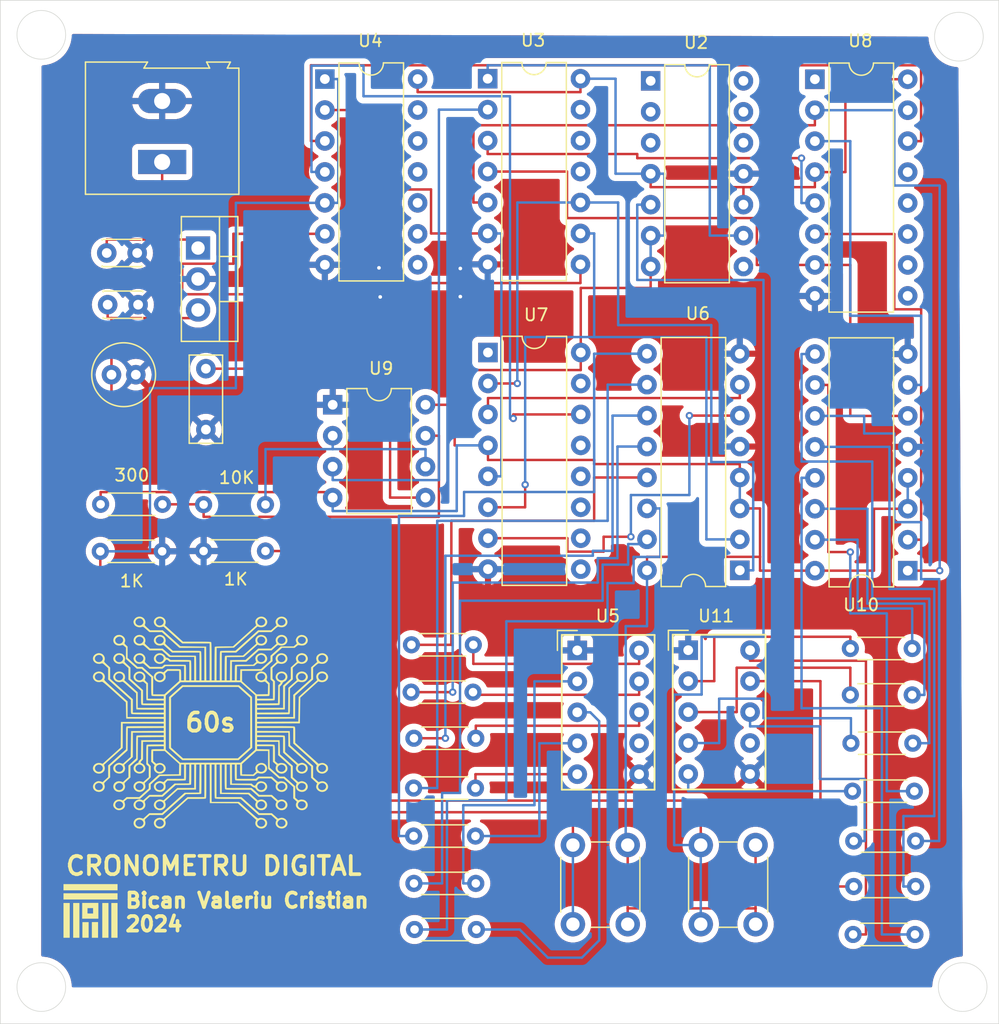
<source format=kicad_pcb>
(kicad_pcb (version 20240108) (generator "pcbnew") (generator_version "8.0")
  (layers (0 "F.Cu" signal) (31 "B.Cu" signal) (34 "B.Paste" user) (35 "F.Paste" user) (36 "B.SilkS" user "B.Silkscreen") (37 "F.SilkS" user "F.Silkscreen") (38 "B.Mask" user) (39 "F.Mask" user) (44 "Edge.Cuts" user))
  (net 0 "")
  (net 1 "+5V")
  (net 2 "GND")
  (net 3 "Net-(J1-Pin_1)")
  (net 4 "Net-(U9-CV)")
  (net 5 "Net-(U6-Qa)")
  (net 6 "Net-(U5-A)")
  (net 7 "Net-(U5-B)")
  (net 8 "Net-(U6-Qb)")
  (net 9 "Net-(U5-C)")
  (net 10 "Net-(U6-Qc)")
  (net 11 "Net-(U6-Qd)")
  (net 12 "Net-(U5-D)")
  (net 13 "Net-(U6-Qe)")
  (net 14 "Net-(U5-E)")
  (net 15 "Net-(U5-F)")
  (net 16 "Net-(U6-Qf)")
  (net 17 "Net-(U6-Qg)")
  (net 18 "Net-(U5-G)")
  (net 19 "Net-(U10-Qa)")
  (net 20 "Net-(U11-A)")
  (net 21 "Net-(U11-B)")
  (net 22 "Net-(U10-Qb)")
  (net 23 "Net-(U11-C)")
  (net 24 "Net-(U10-Qc)")
  (net 25 "Net-(U11-D)")
  (net 26 "Net-(U10-Qd)")
  (net 27 "Net-(U10-Qe)")
  (net 28 "Net-(U11-E)")
  (net 29 "Net-(U10-Qf)")
  (net 30 "Net-(U11-F)")
  (net 31 "Net-(U10-Qg)")
  (net 32 "Net-(U11-G)")
  (net 33 "Net-(U8-UP)")
  (net 34 "Net-(U2A-C)")
  (net 35 "Net-(U9-DIS)")
  (net 37 "Net-(U2A-Q)")
  (net 38 "Net-(U3-Pad8)")
  (net 39 "Net-(U10-DB)")
  (net 40 "Net-(U10-DD)")
  (net 41 "Net-(U7-UP)")
  (net 42 "Net-(U6-DC)")
  (net 43 "Net-(U9-Q)")
  (net 44 "Net-(U6-DB)")
  (net 45 "Net-(U8-CLR)")
  (net 46 "Net-(U7-CLR)")
  (net 48 "Net-(U6-DD)")
  (net 49 "Net-(U6-DA)")
  (net 59 "Net-(U10-DA)")
  (net 62 "Net-(U10-DC)")
  (net 82 "Net-(U9-THR)")
  (net 83 "Net-(R15-Pad1)")
  (footprint "Resistor_THT:R_Axial_DIN0204_L3.6mm_D1.6mm_P5.08mm_Horizontal" (layer "F.Cu") (at 177.9778 80.8482)
    (property "Reference" "R1" (hide yes))
    (property "Value" "300R")
  )
  (footprint "Resistor_THT:R_Axial_DIN0204_L3.6mm_D1.6mm_P5.08mm_Horizontal" (layer "F.Cu") (at 219.329 104.6226 180)
    (property "Reference" "R8" (hide yes))
    (property "Value" "300R")
  )
  (footprint "Capacitor_THT:C_Radial_D5.0mm_H11.0mm_P2.00mm" (layer "F.Cu") (at 155.3424 58.6806 180)
    (property "Reference" "C4" (hide yes))
    (property "Value" "47u")
  )
  (footprint "Package_DIP:DIP-14_W7.62mm" (layer "F.Cu") (at 197.622 34.5644)
    (property "Reference" "U2")
    (property "Value" "74LS73")
  )
  (footprint "Button_Switch_THT:SW_PUSH_6mm" (layer "F.Cu") (at 206.2374 97.2832 -90)
    (property "Reference" "SW2" (hide yes))
    (property "Value" "SW_Push")
  )
  (footprint "Resistor_THT:R_Axial_DIN0204_L3.6mm_D1.6mm_P5.08mm_Horizontal" (layer "F.Cu") (at 152.4254 73.1774)
    (property "Reference" "1K")
    (property "Value" "1k")
  )
  (footprint "Capacitor_THT:C_Disc_D3.0mm_W2.0mm_P2.50mm" (layer "F.Cu") (at 152.9534 48.6918)
    (property "Reference" "C2" (hide yes))
    (property "Value" "100n")
  )
  (footprint "Resistor_THT:R_Axial_DIN0204_L3.6mm_D1.6mm_P5.08mm_Horizontal" (layer "F.Cu") (at 165.989 69.342 180)
    (property "Reference" "10K")
    (property "Value" "10k")
  )
  (footprint "Resistor_THT:R_Axial_DIN0204_L3.6mm_D1.6mm_P5.08mm_Horizontal" (layer "F.Cu") (at 178.1556 96.5454)
    (property "Reference" "R5" (hide yes))
    (property "Value" "300R")
  )
  (footprint "Resistor_THT:R_Axial_DIN0204_L3.6mm_D1.6mm_P5.08mm_Horizontal" (layer "F.Cu") (at 219.1512 88.9254 180)
    (property "Reference" "R12" (hide yes))
    (property "Value" "300R")
  )
  (footprint "Resistor_THT:R_Axial_DIN0204_L3.6mm_D1.6mm_P5.08mm_Horizontal" (layer "F.Cu") (at 219.1004 84.963 180)
    (property "Reference" "R14" (hide yes))
    (property "Value" "300R")
  )
  (footprint "Package_DIP:DIP-14_W7.62mm" (layer "F.Cu") (at 170.8658 34.417)
    (property "Reference" "U4")
    (property "Value" "4071")
  )
  (footprint "Package_DIP:DIP-16_W7.62mm" (layer "F.Cu") (at 184.2616 56.8602)
    (property "Reference" "U7")
    (property "Value" "74LS193")
  )
  (footprint "Resistor_THT:R_Axial_DIN0204_L3.6mm_D1.6mm_P5.08mm_Horizontal" (layer "F.Cu") (at 165.989 73.152 180)
    (property "Reference" "1K")
    (property "Value" "1k")
  )
  (footprint "2.preety:2" (layer "F.Cu") (at 161.4678 87.2236)
    (property "Reference" "60s")
    (property "Value" "LOGO" (hide yes))
  )
  (footprint "Resistor_THT:R_Axial_DIN0204_L3.6mm_D1.6mm_P5.08mm_Horizontal" (layer "F.Cu") (at 178.1556 92.6084)
    (property "Reference" "R4" (hide yes))
    (property "Value" "300R")
  )
  (footprint "Package_TO_SOT_THT:TO-220-3_Vertical" (layer "F.Cu") (at 160.4518 48.2854 -90)
    (property "Reference" "U1" (hide yes))
    (property "Value" "L7805")
  )
  (footprint "Package_DIP:DIP-16_W7.62mm" (layer "F.Cu") (at 218.7348 74.7626 180)
    (property "Reference" "U10")
    (property "Value" "4511")
  )
  (footprint "Capacitor_THT:C_Disc_D3.0mm_W2.0mm_P2.50mm" (layer "F.Cu") (at 153.0296 52.9336)
    (property "Reference" "C1" (hide yes))
    (property "Value" "100n")
  )
  (footprint "Resistor_THT:R_Axial_DIN0204_L3.6mm_D1.6mm_P5.08mm_Horizontal" (layer "F.Cu") (at 219.3798 96.9518 180)
    (property "Reference" "R10" (hide yes))
    (property "Value" "300R")
  )
  (footprint "Package_DIP:DIP-8_W7.62mm" (layer "F.Cu") (at 171.5108 61.1478)
    (property "Reference" "U9")
    (property "Value" "NE555D")
  )
  (footprint "Display_7Segment:HDSP-7401" (layer "F.Cu") (at 200.7071 81.2917)
    (property "Reference" "U11")
    (property "Value" "HDSP-7403")
  )
  (footprint "Resistor_THT:R_Axial_DIN0204_L3.6mm_D1.6mm_P5.08mm_Horizontal" (layer "F.Cu") (at 219.2782 92.8624 180)
    (property "Reference" "R11" (hide yes))
    (property "Value" "300R")
  )
  (footprint "Resistor_THT:R_Axial_DIN0204_L3.6mm_D1.6mm_P5.08mm_Horizontal" (layer "F.Cu") (at 177.9524 84.7344)
    (property "Reference" "R2" (hide yes))
    (property "Value" "300R")
  )
  (footprint "Capacitor_THT:C_Rect_L7.0mm_W2.5mm_P5.00mm" (layer "F.Cu") (at 161.0964 63.1872 90)
    (property "Reference" "C3" (hide yes))
    (property "Value" "10n")
  )
  (footprint "Resistor_THT:R_Axial_DIN0204_L3.6mm_D1.6mm_P5.08mm_Horizontal" (layer "F.Cu") (at 219.1004 81.153 180)
    (property "Reference" "R13" (hide yes))
    (property "Value" "300R")
  )
  (footprint "Resistor_THT:R_Axial_DIN0204_L3.6mm_D1.6mm_P5.08mm_Horizontal" (layer "F.Cu") (at 219.3798 100.6856 180)
    (property "Reference" "R9" (hide yes))
    (property "Value" "300R")
  )
  (footprint "Resistor_THT:R_Axial_DIN0204_L3.6mm_D1.6mm_P5.08mm_Horizontal" (layer "F.Cu") (at 178.181 88.519)
    (property "Reference" "R3" (hide yes))
    (property "Value" "300R")
  )
  (footprint "TerminalBlock:TerminalBlock_Altech_AK300-2_P5.00mm" (layer "F.Cu") (at 157.5054 41.2204 90)
    (property "Reference" "J1" (hide yes))
    (property "Value" "Screw_Terminal_01x02")
  )
  (footprint "Resistor_THT:R_Axial_DIN0204_L3.6mm_D1.6mm_P5.08mm_Horizontal" (layer "F.Cu") (at 178.181 100.4316)
    (property "Reference" "R6" (hide yes))
    (property "Value" "300R")
  )
  (footprint "Package_DIP:DIP-14_W7.62mm" (layer "F.Cu") (at 184.2362 34.3866)
    (property "Reference" "U3")
    (property "Value" "74LS08")
  )
  (footprint "Resistor_THT:R_Axial_DIN0204_L3.6mm_D1.6mm_P5.08mm_Horizontal" (layer "F.Cu") (at 178.2318 104.2162)
    (property "Reference" "R7" (hide yes))
    (property "Value" "300R")
  )
  (footprint "Resistor_THT:R_Axial_DIN0204_L3.6mm_D1.6mm_P5.08mm_Horizontal" (layer "F.Cu") (at 157.5308 69.3166 180)
    (property "Reference" "300")
    (property "Value" "300")
  )
  (footprint "demmo.preety:logodemo" (layer "F.Cu") (at 151.6634 102.6922)
    (property "Reference" "G***" (hide yes))
    (property "Value" "LOGO" (hide yes))
  )
  (footprint "Package_DIP:DIP-16_W7.62mm" (layer "F.Cu") (at 204.9426 74.7372 180)
    (property "Reference" "U6")
    (property "Value" "4511")
  )
  (footprint "Display_7Segment:HDSP-7401" (layer "F.Cu") (at 191.5946 81.3092)
    (property "Reference" "U5")
    (property "Value" "HDSP-7403")
  )
  (footprint "Button_Switch_THT:SW_PUSH_6mm" (layer "F.Cu") (at 195.7374 97.2832 -90)
    (property "Reference" "SW1" (hide yes))
    (property "Value" "SW_Push")
  )
  (footprint "Package_DIP:DIP-16_W7.62mm" (layer "F.Cu") (at 211.1094 34.432)
    (property "Reference" "U8")
    (property "Value" "74LS193")
  )
  (gr_circle (center 222.9358 30.9372) (end 224.9358 30.9372) (stroke (width 0.05)) (fill none) (layer "Edge.Cuts"))
  (gr_circle (center 223.2472 108.9406) (end 225.2472 108.9406) (stroke (width 0.05)) (fill none) (layer "Edge.Cuts"))
  (gr_circle (center 147.5806 108.9406) (end 149.5806 108.9406) (stroke (width 0.05)) (fill none) (layer "Edge.Cuts"))
  (gr_circle (center 147.5806 30.7848) (end 149.5806 30.7848) (stroke (width 0.05)) (fill none) (layer "Edge.Cuts"))
  (gr_rect (start 144.2124 27.9516) (end 226.2124 111.9516) (stroke (width 0.05)) (fill none) (layer "Edge.Cuts"))
  (gr_text "Bican Valeriu Cristian\n2024\n" (at 154.339327 104.4702 0) (layer "F.SilkS") (effects (font (size 1.2 1.2) (thickness 0.3) (bold yes)) (justify left bottom)))
  (gr_text "CRONOMETRU DIGITAL" (at 149.437127 99.8728 0) (layer "F.SilkS") (effects (font (size 1.5 1.5) (thickness 0.3) (bold yes)) (justify left bottom)))
  (segment (start 153.0296 52.9336) (end 153.0296 54.0353) (width 0.2) (layer "F.Cu") (net 1))
  (segment (start 181.5271 61.1478) (end 181.5271 58.2985) (width 0.2) (layer "F.Cu") (net 1))
  (segment (start 206.2374 102.4815) (end 206.2374 97.2832) (width 0.2) (layer "F.Cu") (net 1))
  (segment (start 153.3424 68.3149) (end 171.5108 68.3149) (width 0.2) (layer "F.Cu") (net 1))
  (segment (start 218.7294 34.432) (end 213.6144 34.432) (width 0.2) (layer "F.Cu") (net 1))
  (segment (start 215.962 74.7626) (end 215.962 69.6826) (width 0.2) (layer "F.Cu") (net 1))
  (segment (start 153.3424 58.6806) (end 153.3424 54.0353) (width 0.2) (layer "F.Cu") (net 1))
  (segment (start 192.9818 66.0155) (end 204.9426 66.0155) (width 0.2) (layer "F.Cu") (net 1))
  (segment (start 181.5271 58.2985) (end 191.8816 58.2985) (width 0.2) (layer "F.Cu") (net 1))
  (segment (start 178.4858 35.4883) (end 178.4858 34.417) (width 0.2) (layer "F.Cu") (net 1))
  (segment (start 195.7374 102.4815) (end 206.2374 102.4815) (width 0.2) (layer "F.Cu") (net 1))
  (segment (start 206.6047 73.6291) (end 206.6047 74.7626) (width 0.2) (layer "F.Cu") (net 1))
  (segment (start 184.2616 64.4802) (end 184.2616 65.6774) (width 0.2) (layer "F.Cu") (net 1))
  (segment (start 153.0296 54.0353) (end 153.3424 54.0353) (width 0.2) (layer "F.Cu") (net 1))
  (segment (start 206.6047 69.6572) (end 204.9426 69.6572) (width 0.2) (layer "F.Cu") (net 1))
  (segment (start 191.8816 56.8602) (end 191.8816 51.5606) (width 0.2) (layer "F.Cu") (net 1))
  (segment (start 213.6144 42.052) (end 211.1094 42.052) (width 0.2) (layer "F.Cu") (net 1))
  (segment (start 160.4518 54.0353) (end 160.4518 53.3654) (width 0.2) (layer "F.Cu") (net 1))
  (segment (start 206.6047 74.7626) (end 211.1148 74.7626) (width 0.2) (layer "F.Cu") (net 1))
  (segment (start 197.622 42.1844) (end 197.622 43.2861) (width 0.2) (layer "F.Cu") (net 1))
  (segment (start 206.6047 73.6291) (end 206.6047 69.6572) (width 0.2) (layer "F.Cu") (net 1))
  (segment (start 181.5271 64.4802) (end 184.2616 64.4802) (width 0.2) (layer "F.Cu") (net 1))
  (segment (start 192.9818 65.6774) (end 192.9818 66.0155) (width 0.2) (layer "F.Cu") (net 1))
  (segment (start 152.4508 68.3149) (end 153.3424 68.3149) (width 0.2) (layer "F.Cu") (net 1))
  (segment (start 195.7374 103.7832) (end 195.7374 102.4815) (width 0.2) (layer "F.Cu") (net 1))
  (segment (start 191.8816 58.2985) (end 191.8816 56.8602) (width 0.2) (layer "F.Cu") (net 1))
  (segment (start 197.3226 73.6291) (end 206.6047 73.6291) (width 0.2) (layer "F.Cu") (net 1))
  (segment (start 205.242 43.2861) (end 211.1094 43.2861) (width 0.2) (layer "F.Cu") (net 1))
  (segment (start 197.3226 74.7372) (end 197.3226 73.6291) (width 0.2) (layer "F.Cu") (net 1))
  (segment (start 191.8562 34.3866) (end 191.8562 35.4883) (width 0.2) (layer "F.Cu") (net 1))
  (segment (start 184.2616 65.6774) (end 192.9818 65.6774) (width 0.2) (layer "F.Cu") (net 1))
  (segment (start 197.622 43.2861) (end 205.242 43.2861) (width 0.2) (layer "F.Cu") (net 1))
  (segment (start 191.8562 35.4883) (end 178.4858 35.4883) (width 0.2) (layer "F.Cu") (net 1))
  (segment (start 215.962 69.6826) (end 218.7348 69.6826) (width 0.2) (layer "F.Cu") (net 1))
  (segment (start 191.8816 51.5606) (end 197.622 51.5606) (width 0.2) (layer "F.Cu") (net 1))
  (segment (start 181.5271 61.1478) (end 181.5271 64.4802) (width 0.2) (layer "F.Cu") (net 1))
  (segment (start 179.1308 61.1478) (end 181.5271 61.1478) (width 0.2) (layer "F.Cu") (net 1))
  (segment (start 205.242 44.7244) (end 205.242 43.2861) (width 0.2) (layer "F.Cu") (net 1))
  (segment (start 195.7374 102.4815) (end 195.7374 97.2832) (width 0.2) (layer "F.Cu") (net 1))
  (segment (start 211.1094 43.2861) (end 211.1094 42.052) (width 0.2) (layer "F.Cu") (net 1))
  (segment (start 213.6144 34.432) (end 213.6144 42.052) (width 0.2) (layer "F.Cu") (net 1))
  (segment (start 153.3424 68.3149) (end 153.3424 58.6806) (width 0.2) (layer "F.Cu") (net 1))
  (segment (start 206.2374 102.4815) (end 206.2374 103.7832) (width 0.2) (layer "F.Cu") (net 1))
  (segment (start 153.3424 54.0353) (end 160.4518 54.0353) (width 0.2) (layer "F.Cu") (net 1))
  (segment (start 197.622 51.5606) (end 197.622 49.8044) (width 0.2) (layer "F.Cu") (net 1))
  (segment (start 171.5108 68.3149) (end 171.5108 68.7678) (width 0.2) (layer "F.Cu") (net 1))
  (segment (start 152.4508 69.3166) (end 152.4508 68.3149) (width 0.2) (layer "F.Cu") (net 1))
  (segment (start 204.9426 66.0155) (end 204.9426 67.1172) (width 0.2) (layer "F.Cu") (net 1))
  (segment (start 211.1148 74.7626) (end 215.962 74.7626) (width 0.2) (layer "F.Cu") (net 1))
  (segment (start 204.9426 67.1172) (end 204.9426 69.6572) (width 0.2) (layer "B.Cu") (net 1))
  (segment (start 194.7391 42.1844) (end 197.622 42.1844) (width 0.2) (layer "B.Cu") (net 1))
  (segment (start 181.6962 64.4802) (end 184.2616 64.4802) (width 0.2) (layer "B.Cu") (net 1))
  (segment (start 197.622 49.8044) (end 197.622 47.2644) (width 0.2) (layer "B.Cu") (net 1))
  (segment (start 194.7391 34.3866) (end 194.7391 42.1844) (width 0.2) (layer "B.Cu") (net 1))
  (segment (start 198.7484 42.1844) (end 197.622 42.1844) (width 0.2) (layer "B.Cu") (net 1))
  (segment (start 197.622 47.2644) (end 198.7484 47.2644) (width 0.2) (layer "B.Cu") (net 1))
  (segment (start 218.7348 67.1426) (end 218.7348 69.6826) (width 0.2) (layer "B.Cu") (net 1))
  (segment (start 171.5108 68.7678) (end 171.5108 69.8695) (width 0.2) (layer "B.Cu") (net 1))
  (segment (start 197.3226 79.3197) (end 195.5729 79.3197) (width 0.2) (layer "B.Cu") (net 1))
  (segment (start 195.5729 97.2832) (end 195.7374 97.2832) (width 0.2) (layer "B.Cu") (net 1))
  (segment (start 197.3226 74.7372) (end 197.3226 79.3197) (width 0.2) (layer "B.Cu") (net 1))
  (segment (start 181.6962 69.8695) (end 181.6962 64.4802) (width 0.2) (layer "B.Cu") (net 1))
  (segment (start 171.5108 69.8695) (end 181.6962 69.8695) (width 0.2) (layer "B.Cu") (net 1))
  (segment (start 198.7484 47.2644) (end 198.7484 42.1844) (width 0.2) (layer "B.Cu") (net 1))
  (segment (start 191.8562 34.3866) (end 194.7391 34.3866) (width 0.2) (layer "B.Cu") (net 1))
  (segment (start 195.5729 79.3197) (end 195.5729 97.2832) (width 0.2) (layer "B.Cu") (net 1))
  (via (at 175.3108 49.911) (size 0.6) (drill 0.3) (layers "F.Cu" "B.Cu") (net 2))
  (via (at 175.4124 52.2986) (size 0.6) (drill 0.3) (layers "F.Cu" "B.Cu") (net 2))
  (via (at 181.991 52.2732) (size 0.6) (drill 0.3) (layers "F.Cu" "B.Cu") (net 2))
  (via (at 181.991 49.9618) (size 0.6) (drill 0.3) (layers "F.Cu" "B.Cu") (net 2))
  (segment (start 157.5054 41.2204) (end 157.5054 47.5901) (width 0.2) (layer "F.Cu") (net 3))
  (segment (start 160.4518 47.5901) (end 157.5054 47.5901) (width 0.2) (layer "F.Cu") (net 3))
  (segment (start 160.4518 48.2854) (end 160.4518 47.5901) (width 0.2) (layer "F.Cu") (net 3))
  (segment (start 152.9534 47.5901) (end 152.9534 48.6918) (width 0.2) (layer "F.Cu") (net 3))
  (segment (start 157.5054 47.5901) (end 152.9534 47.5901) (width 0.2) (layer "F.Cu") (net 3))
  (segment (start 161.0964 58.1872) (end 176.2241 58.1872) (width 0.2) (layer "F.Cu") (net 4))
  (segment (start 176.2241 58.1872) (end 176.2241 68.7678) (width 0.2) (layer "F.Cu") (net 4))
  (segment (start 176.2241 68.7678) (end 179.1308 68.7678) (width 0.2) (layer "F.Cu") (net 4))
  (segment (start 192.9833 70.6634) (end 192.9833 67.1172) (width 0.2) (layer "F.Cu") (net 5))
  (segment (start 177.9778 80.8482) (end 181.254 80.8482) (width 0.2) (layer "F.Cu") (net 5))
  (segment (start 192.9833 67.1172) (end 197.3226 67.1172) (width 0.2) (layer "F.Cu") (net 5))
  (segment (start 181.254 80.8482) (end 181.254 70.6634) (width 0.2) (layer "F.Cu") (net 5))
  (segment (start 181.254 70.6634) (end 192.9833 70.6634) (width 0.2) (layer "F.Cu") (net 5))
  (segment (start 196.6746 82.4109) (end 183.0578 82.4109) (width 0.2) (layer "F.Cu") (net 6))
  (segment (start 183.0578 82.4109) (end 183.0578 80.8482) (width 0.2) (layer "F.Cu") (net 6))
  (segment (start 196.6746 81.3092) (end 196.6746 82.4109) (width 0.2) (layer "F.Cu") (net 6))
  (segment (start 183.0324 84.9509) (end 183.0324 84.7344) (width 0.2) (layer "F.Cu") (net 7))
  (segment (start 196.6746 83.8492) (end 196.6746 84.9509) (width 0.2) (layer "F.Cu") (net 7))
  (segment (start 196.6746 84.9509) (end 183.0324 84.9509) (width 0.2) (layer "F.Cu") (net 7))
  (segment (start 177.9524 84.7344) (end 181.3648 84.7344) (width 0.2) (layer "F.Cu") (net 8))
  (via (at 181.3648 84.7344) (size 0.6) (drill 0.3) (layers "F.Cu" "B.Cu") (net 8))
  (segment (start 193.2752 73.7385) (end 193.2752 75.7419) (width 0.2) (layer "B.Cu") (net 8))
  (segment (start 197.3226 64.5772) (end 194.8951 64.5772) (width 0.2) (layer "B.Cu") (net 8))
  (segment (start 194.8951 73.7385) (end 193.2752 73.7385) (width 0.2) (layer "B.Cu") (net 8))
  (segment (start 193.2752 75.7419) (end 181.3648 75.7419) (width 0.2) (layer "B.Cu") (net 8))
  (segment (start 194.8951 64.5772) (end 194.8951 73.7385) (width 0.2) (layer "B.Cu") (net 8))
  (segment (start 181.3648 75.7419) (end 181.3648 84.7344) (width 0.2) (layer "B.Cu") (net 8))
  (segment (start 196.6746 87.4909) (end 183.261 87.4909) (width 0.2) (layer "F.Cu") (net 9))
  (segment (start 196.6746 86.3892) (end 196.6746 87.4909) (width 0.2) (layer "F.Cu") (net 9))
  (segment (start 183.261 87.4909) (end 183.261 88.519) (width 0.2) (layer "F.Cu") (net 9))
  (segment (start 178.181 88.519) (end 180.7631 88.519) (width 0.2) (layer "F.Cu") (net 10))
  (via (at 180.7631 88.519) (size 0.6) (drill 0.3) (layers "F.Cu" "B.Cu") (net 10))
  (segment (start 197.3226 62.0372) (end 194.4934 62.0372) (width 0.2) (layer "B.Cu") (net 10))
  (segment (start 192.8735 73.1368) (end 192.8735 73.5385) (width 0.2) (layer "B.Cu") (net 10))
  (segment (start 194.4934 73.1368) (end 192.8735 73.1368) (width 0.2) (layer "B.Cu") (net 10))
  (segment (start 180.7631 73.5385) (end 180.7631 88.519) (width 0.2) (layer "B.Cu") (net 10))
  (segment (start 194.4934 62.0372) (end 194.4934 73.1368) (width 0.2) (layer "B.Cu") (net 10))
  (segment (start 192.8735 73.5385) (end 180.7631 73.5385) (width 0.2) (layer "B.Cu") (net 10))
  (segment (start 194.0917 70.6729) (end 194.0917 59.4972) (width 0.2) (layer "B.Cu") (net 11))
  (segment (start 180.0946 70.6729) (end 194.0917 70.6729) (width 0.2) (layer "B.Cu") (net 11))
  (segment (start 194.0917 59.4972) (end 197.3226 59.4972) (width 0.2) (layer "B.Cu") (net 11))
  (segment (start 180.0946 92.6084) (end 180.0946 70.6729) (width 0.2) (layer "B.Cu") (net 11))
  (segment (start 178.1556 92.6084) (end 180.0946 92.6084) (width 0.2) (layer "B.Cu") (net 11))
  (segment (start 191.5946 91.4692) (end 183.2356 91.4692) (width 0.2) (layer "F.Cu") (net 12))
  (segment (start 183.2356 91.4692) (end 183.2356 92.6084) (width 0.2) (layer "F.Cu") (net 12))
  (segment (start 182.2988 68.3077) (end 192.9838 68.3077) (width 0.2) (layer "B.Cu") (net 13))
  (segment (start 176.9507 70.2712) (end 182.2988 70.2712) (width 0.2) (layer "B.Cu") (net 13))
  (segment (start 192.9838 68.3077) (end 192.9838 56.9572) (width 0.2) (layer "B.Cu") (net 13))
  (segment (start 182.2988 70.2712) (end 182.2988 68.3077) (width 0.2) (layer "B.Cu") (net 13))
  (segment (start 192.9838 56.9572) (end 197.3226 56.9572) (width 0.2) (layer "B.Cu") (net 13))
  (segment (start 178.1556 96.5454) (end 176.9507 96.5454) (width 0.2) (layer "B.Cu") (net 13))
  (segment (start 176.9507 96.5454) (end 176.9507 70.2712) (width 0.2) (layer "B.Cu") (net 13))
  (segment (start 188.4828 96.5454) (end 183.2356 96.5454) (width 0.2) (layer "B.Cu") (net 14))
  (segment (start 188.4828 88.9292) (end 188.4828 96.5454) (width 0.2) (layer "B.Cu") (net 14))
  (segment (start 191.5946 88.9292) (end 188.4828 88.9292) (width 0.2) (layer "B.Cu") (net 14))
  (segment (start 182.2339 100.4316) (end 182.2339 94.012) (width 0.2) (layer "B.Cu") (net 15))
  (segment (start 188.0797 83.8492) (end 191.5946 83.8492) (width 0.2) (layer "B.Cu") (net 15))
  (segment (start 182.2339 94.012) (end 188.0797 94.012) (width 0.2) (layer "B.Cu") (net 15))
  (segment (start 183.261 100.4316) (end 182.2339 100.4316) (width 0.2) (layer "B.Cu") (net 15))
  (segment (start 188.0797 94.012) (end 188.0797 83.8492) (width 0.2) (layer "B.Cu") (net 15))
  (segment (start 181.9665 93.0086) (end 181.9665 77.2299) (width 0.2) (layer "B.Cu") (net 16))
  (segment (start 195.7748 72.5832) (end 197.3226 72.5832) (width 0.2) (layer "B.Cu") (net 16))
  (segment (start 193.6769 77.2299) (end 193.6769 74.2704) (width 0.2) (layer "B.Cu") (net 16))
  (segment (start 181.9665 77.2299) (end 193.6769 77.2299) (width 0.2) (layer "B.Cu") (net 16))
  (segment (start 180.4933 100.4316) (end 180.4933 93.0086) (width 0.2) (layer "B.Cu") (net 16))
  (segment (start 178.181 100.4316) (end 180.4933 100.4316) (width 0.2) (layer "B.Cu") (net 16))
  (segment (start 197.3226 72.5832) (end 197.3226 72.1972) (width 0.2) (layer "B.Cu") (net 16))
  (segment (start 180.4933 93.0086) (end 181.9665 93.0086) (width 0.2) (layer "B.Cu") (net 16))
  (segment (start 193.6769 74.2704) (end 195.7748 74.2704) (width 0.2) (layer "B.Cu") (net 16))
  (segment (start 195.7748 74.2704) (end 195.7748 72.5832) (width 0.2) (layer "B.Cu") (net 16))
  (segment (start 185.7695 78.9195) (end 185.7695 93.6103) (width 0.2) (layer "B.Cu") (net 17))
  (segment (start 180.895 104.2162) (end 178.2318 104.2162) (width 0.2) (layer "B.Cu") (net 17))
  (segment (start 197.3226 69.6572) (end 198.4243 69.6572) (width 0.2) (layer "B.Cu") (net 17))
  (segment (start 196.2209 73.6355) (end 196.2209 75.7851) (width 0.2) (layer "B.Cu") (net 17))
  (segment (start 194.0786 78.9195) (end 185.7695 78.9195) (width 0.2) (layer "B.Cu") (net 17))
  (segment (start 180.895 93.6103) (end 180.895 104.2162) (width 0.2) (layer "B.Cu") (net 17))
  (segment (start 194.0786 75.7851) (end 194.0786 78.9195) (width 0.2) (layer "B.Cu") (net 17))
  (segment (start 198.4243 69.6572) (end 198.4243 73.6355) (width 0.2) (layer "B.Cu") (net 17))
  (segment (start 196.2209 75.7851) (end 194.0786 75.7851) (width 0.2) (layer "B.Cu") (net 17))
  (segment (start 198.4243 73.6355) (end 196.2209 73.6355) (width 0.2) (layer "B.Cu") (net 17))
  (segment (start 185.7695 93.6103) (end 180.895 93.6103) (width 0.2) (layer "B.Cu") (net 17))
  (segment (start 193.3956 105.1052) (end 193.3956 87.122) (width 0.2) (layer "B.Cu") (net 18))
  (segment (start 183.3118 104.2162) (end 186.8678 104.2162) (width 0.2) (layer "B.Cu") (net 18))
  (segment (start 192.6628 86.3892) (end 191.5946 86.3892) (width 0.2) (layer "B.Cu") (net 18))
  (segment (start 186.8678 104.2162) (end 189.1792 106.5276) (width 0.2) (layer "B.Cu") (net 18))
  (segment (start 193.3956 87.122) (end 192.6628 86.3892) (width 0.2) (layer "B.Cu") (net 18))
  (segment (start 189.1792 106.5276) (end 191.9732 106.5276) (width 0.2) (layer "B.Cu") (net 18))
  (segment (start 191.9732 106.5276) (end 193.3956 105.1052) (width 0.2) (layer "B.Cu") (net 18))
  (segment (start 210.0131 86.0535) (end 210.0131 67.1426) (width 0.2) (layer "B.Cu") (net 19))
  (segment (start 216.611 104.6226) (end 216.611 86.0535) (width 0.2) (layer "B.Cu") (net 19))
  (segment (start 216.611 86.0535) (end 210.0131 86.0535) (width 0.2) (layer "B.Cu") (net 19))
  (segment (start 219.329 104.6226) (end 216.611 104.6226) (width 0.2) (layer "B.Cu") (net 19))
  (segment (start 210.0131 67.1426) (end 211.1148 67.1426) (width 0.2) (layer "B.Cu") (net 19))
  (segment (start 215.3015 104.6226) (end 214.249 104.6226) (width 0.2) (layer "F.Cu") (net 20))
  (segment (start 215.3015 82.1547) (end 215.3015 104.6226) (width 0.2) (layer "F.Cu") (net 20))
  (segment (start 205.7871 81.2917) (end 205.7871 82.1547) (width 0.2) (layer "F.Cu") (net 20))
  (segment (start 205.7871 82.1547) (end 215.3015 82.1547) (width 0.2) (layer "F.Cu") (net 20))
  (segment (start 211.5655 83.8317) (end 211.5655 100.6856) (width 0.2) (layer "F.Cu") (net 21))
  (segment (start 205.7871 83.8317) (end 211.5655 83.8317) (width 0.2) (layer "F.Cu") (net 21))
  (segment (start 211.5655 100.6856) (end 214.2998 100.6856) (width 0.2) (layer "F.Cu") (net 21))
  (segment (start 217.2314 76.2651) (end 220.913 76.2651) (width 0.2) (layer "B.Cu") (net 22))
  (segment (start 218.3781 94.9071) (end 218.3781 100.6856) (width 0.2) (layer "B.Cu") (net 22))
  (segment (start 220.913 76.2651) (end 220.913 94.9071) (width 0.2) (layer "B.Cu") (net 22))
  (segment (start 217.2314 64.6026) (end 217.2314 76.2651) (width 0.2) (layer "B.Cu") (net 22))
  (segment (start 218.3781 100.6856) (end 219.3798 100.6856) (width 0.2) (layer "B.Cu") (net 22))
  (segment (start 211.1148 64.6026) (end 217.2314 64.6026) (width 0.2) (layer "B.Cu") (net 22))
  (segment (start 220.913 94.9071) (end 218.3781 94.9071) (width 0.2) (layer "B.Cu") (net 22))
  (segment (start 215.1999 91.8607) (end 215.1999 96.9518) (width 0.2) (layer "B.Cu") (net 23))
  (segment (start 211.5251 87.5431) (end 211.5251 91.8607) (width 0.2) (layer "B.Cu") (net 23))
  (segment (start 215.1999 96.9518) (end 214.2998 96.9518) (width 0.2) (layer "B.Cu") (net 23))
  (segment (start 211.5251 91.8607) (end 215.1999 91.8607) (width 0.2) (layer "B.Cu") (net 23))
  (segment (start 205.7871 87.5431) (end 211.5251 87.5431) (width 0.2) (layer "B.Cu") (net 23))
  (segment (start 205.7871 86.3717) (end 205.7871 87.5431) (width 0.2) (layer "B.Cu") (net 23))
  (segment (start 215.1572 63.5024) (end 215.1572 62.0626) (width 0.2) (layer "B.Cu") (net 24))
  (segment (start 219.8365 75.4624) (end 219.8365 70.7843) (width 0.2) (layer "B.Cu") (net 24))
  (segment (start 219.3798 96.9518) (end 221.3147 96.9518) (width 0.2) (layer "B.Cu") (net 24))
  (segment (start 219.8365 70.7843) (end 217.6331 70.7843) (width 0.2) (layer "B.Cu") (net 24))
  (segment (start 221.3147 96.9518) (end 221.3147 75.4624) (width 0.2) (layer "B.Cu") (net 24))
  (segment (start 217.6331 63.5024) (end 215.1572 63.5024) (width 0.2) (layer "B.Cu") (net 24))
  (segment (start 221.3147 75.4624) (end 219.8365 75.4624) (width 0.2) (layer "B.Cu") (net 24))
  (segment (start 215.1572 62.0626) (end 211.1148 62.0626) (width 0.2) (layer "B.Cu") (net 24))
  (segment (start 217.6331 70.7843) (end 217.6331 63.5024) (width 0.2) (layer "B.Cu") (net 24))
  (segment (start 200.7071 92.8624) (end 214.1982 92.8624) (width 0.2) (layer "B.Cu") (net 25))
  (segment (start 200.7071 91.4517) (end 200.7071 92.8624) (width 0.2) (layer "B.Cu") (net 25))
  (segment (start 212.2165 59.5226) (end 212.2165 73.2347) (width 0.2) (layer "F.Cu") (net 26))
  (segment (start 211.1148 59.5226) (end 212.2165 59.5226) (width 0.2) (layer "F.Cu") (net 26))
  (segment (start 212.2165 73.2347) (end 214.0156 73.2347) (width 0.2) (layer "F.Cu") (net 26))
  (via (at 214.0156 73.2347) (size 0.6) (drill 0.3) (layers "F.Cu" "B.Cu") (net 26))
  (segment (start 214.0156 73.2347) (end 214.0156 78.273) (width 0.2) (layer "B.Cu") (net 26))
  (segment (start 217.0127 92.8624) (end 219.2782 92.8624) (width 0.2) (layer "B.Cu") (net 26))
  (segment (start 214.0156 78.273) (end 217.0127 78.273) (width 0.2) (layer "B.Cu") (net 26))
  (segment (start 217.0127 78.273) (end 217.0127 92.8624) (width 0.2) (layer "B.Cu") (net 26))
  (segment (start 210.0131 56.9826) (end 210.0131 65.8079) (width 0.2) (layer "B.Cu") (net 27))
  (segment (start 211.1148 56.9826) (end 210.0131 56.9826) (width 0.2) (layer "B.Cu") (net 27))
  (segment (start 220.5038 88.9254) (end 219.1512 88.9254) (width 0.2) (layer "B.Cu") (net 27))
  (segment (start 215.821 65.8079) (end 215.821 77.0679) (width 0.2) (layer "B.Cu") (net 27))
  (segment (start 215.821 77.0679) (end 220.5038 77.0679) (width 0.2) (layer "B.Cu") (net 27))
  (segment (start 210.0131 65.8079) (end 215.821 65.8079) (width 0.2) (layer "B.Cu") (net 27))
  (segment (start 220.5038 77.0679) (end 220.5038 88.9254) (width 0.2) (layer "B.Cu") (net 27))
  (segment (start 214.0712 86.8745) (end 206.8888 86.8745) (width 0.2) (layer "B.Cu") (net 28))
  (segment (start 206.8888 86.8745) (end 206.8888 85.27) (width 0.2) (layer "B.Cu") (net 28))
  (segment (start 203.2471 85.27) (end 203.2471 88.9117) (width 0.2) (layer "B.Cu") (net 28))
  (segment (start 203.2471 88.9117) (end 200.7071 88.9117) (width 0.2) (layer "B.Cu") (net 28))
  (segment (start 206.8888 85.27) (end 203.2471 85.27) (width 0.2) (layer "B.Cu") (net 28))
  (segment (start 214.0712 88.9254) (end 214.0712 86.8745) (width 0.2) (layer "B.Cu") (net 28))
  (segment (start 211.1148 72.2226) (end 214.6174 72.2226) (width 0.2) (layer "B.Cu") (net 29))
  (segment (start 214.6174 72.2226) (end 214.6174 77.8713) (width 0.2) (layer "B.Cu") (net 29))
  (segment (start 214.6174 77.8713) (end 219.1004 77.8713) (width 0.2) (layer "B.Cu") (net 29))
  (segment (start 219.1004 77.8713) (end 219.1004 81.153) (width 0.2) (layer "B.Cu") (net 29))
  (segment (start 202.8454 80.19) (end 202.8454 83.8317) (width 0.2) (layer "F.Cu") (net 30))
  (segment (start 214.0204 80.19) (end 202.8454 80.19) (width 0.2) (layer "F.Cu") (net 30))
  (segment (start 214.0204 81.153) (end 214.0204 80.19) (width 0.2) (layer "F.Cu") (net 30))
  (segment (start 202.8454 83.8317) (end 200.7071 83.8317) (width 0.2) (layer "F.Cu") (net 30))
  (segment (start 215.4193 69.6826) (end 215.4193 77.4696) (width 0.2) (layer "B.Cu") (net 31))
  (segment (start 211.1148 69.6826) (end 215.4193 69.6826) (width 0.2) (layer "B.Cu") (net 31))
  (segment (start 220.1021 77.4696) (end 220.1021 84.963) (width 0.2) (layer "B.Cu") (net 31))
  (segment (start 220.1021 84.963) (end 219.1004 84.963) (width 0.2) (layer "B.Cu") (net 31))
  (segment (start 215.4193 77.4696) (end 220.1021 77.4696) (width 0.2) (layer "B.Cu") (net 31))
  (segment (start 204.6854 82.73) (end 214.0204 82.73) (width 0.2) (layer "F.Cu") (net 32))
  (segment (start 204.6854 86.3717) (end 204.6854 82.73) (width 0.2) (layer "F.Cu") (net 32))
  (segment (start 200.7071 86.3717) (end 204.6854 86.3717) (width 0.2) (layer "F.Cu") (net 32))
  (segment (start 214.0204 82.73) (end 214.0204 84.963) (width 0.2) (layer "F.Cu") (net 32))
  (segment (start 196.5218 40.5683) (end 196.5218 40.9064) (width 0.2) (layer "F.Cu") (net 33))
  (segment (start 184.2362 40.5683) (end 196.5218 40.5683) (width 0.2) (layer "F.Cu") (net 33))
  (segment (start 196.5218 40.9064) (end 210.0077 40.9064) (width 0.2) (layer "F.Cu") (net 33))
  (segment (start 184.2362 39.4666) (end 184.2362 40.5683) (width 0.2) (layer "F.Cu") (net 33))
  (via (at 210.0077 40.9064) (size 0.6) (drill 0.3) (layers "F.Cu" "B.Cu") (net 33))
  (segment (start 210.0077 44.592) (end 210.0077 40.9064) (width 0.2) (layer "B.Cu") (net 33))
  (segment (start 211.1094 44.592) (end 210.0077 44.592) (width 0.2) (layer "B.Cu") (net 33))
  (segment (start 201.7374 93.6374) (end 201.7374 97.2832) (width 0.2) (layer "F.Cu") (net 34))
  (segment (start 174.117 91.8464) (end 175.908 93.6374) (width 0.2) (layer "F.Cu") (net 34))
  (segment (start 165.989 73.152) (end 174.117 73.152) (width 0.2) (layer "F.Cu") (net 34))
  (segment (start 174.117 73.152) (end 174.117 91.8464) (width 0.2) (layer "F.Cu") (net 34))
  (segment (start 175.908 93.6374) (end 201.7374 93.6374) (width 0.2) (layer "F.Cu") (net 34))
  (segment (start 206.8873 80.19) (end 201.8088 80.19) (width 0.2) (layer "B.Cu") (net 34))
  (segment (start 206.8873 50.9061) (end 206.8873 80.19) (width 0.2) (layer "B.Cu") (net 34))
  (segment (start 199.5534 84.9334) (end 199.5534 97.2832) (width 0.2) (layer "B.Cu") (net 34))
  (segment (start 199.5534 97.2832) (end 201.7374 97.2832) (width 0.2) (layer "B.Cu") (net 34))
  (segment (start 201.8088 80.19) (end 201.8088 84.9334) (width 0.2) (layer "B.Cu") (net 34))
  (segment (start 196.5203 44.7244) (end 196.5203 50.9061) (width 0.2) (layer "B.Cu") (net 34))
  (segment (start 201.7374 103.7832) (end 201.7374 97.2832) (width 0.2) (layer "B.Cu") (net 34))
  (segment (start 197.622 44.7244) (end 196.5203 44.7244) (width 0.2) (layer "B.Cu") (net 34))
  (segment (start 201.8088 84.9334) (end 199.5534 84.9334) (width 0.2) (layer "B.Cu") (net 34))
  (segment (start 196.5203 50.9061) (end 206.8873 50.9061) (width 0.2) (layer "B.Cu") (net 34))
  (segment (start 157.5308 69.3166) (end 160.909 69.3166) (width 0.2) (layer "F.Cu") (net 35))
  (segment (start 180.2325 63.6878) (end 180.2325 69.86) (width 0.2) (layer "F.Cu") (net 35))
  (segment (start 179.1308 63.6878) (end 180.2325 63.6878) (width 0.2) (layer "F.Cu") (net 35))
  (segment (start 180.2325 69.86) (end 180.231 69.86) (width 0.2) (layer "F.Cu") (net 35))
  (segment (start 180.231 70.3437) (end 160.909 70.3437) (width 0.2) (layer "F.Cu") (net 35))
  (segment (start 160.909 70.3437) (end 160.909 69.342) (width 0.2) (layer "F.Cu") (net 35))
  (segment (start 160.909 69.3166) (end 160.909 69.342) (width 0.2) (layer "F.Cu") (net 35))
  (segment (start 180.231 69.86) (end 180.231 70.3437) (width 0.2) (layer "F.Cu") (net 35))
  (segment (start 184.2362 33.2849) (end 202.4774 33.2849) (width 0.2) (layer "B.Cu") (net 37))
  (segment (start 202.4774 47.2644) (end 205.242 47.2644) (width 0.2) (layer "B.Cu") (net 37))
  (segment (start 202.4774 33.2849) (end 202.4774 47.2644) (width 0.2) (layer "B.Cu") (net 37))
  (segment (start 184.2362 34.3866) (end 184.2362 33.2849) (width 0.2) (layer "B.Cu") (net 37))
  (segment (start 191.8562 49.6266) (end 191.8562 51.1589) (width 0.2) (layer "F.Cu") (net 38))
  (segment (start 172.8934 51.1589) (end 172.8934 52.0796) (width 0.2) (layer "F.Cu") (net 38))
  (segment (start 159.1501 52.0796) (end 159.1501 49.5712) (width 0.2) (layer "F.Cu") (net 38))
  (segment (start 163.3547 47.117) (end 170.8658 47.117) (width 0.2) (layer "F.Cu") (net 38))
  (segment (start 159.1501 49.5712) (end 163.3547 49.5712) (width 0.2) (layer "F.Cu") (net 38))
  (segment (start 191.8562 51.1589) (end 172.8934 51.1589) (width 0.2) (layer "F.Cu") (net 38))
  (segment (start 172.8934 52.0796) (end 159.1501 52.0796) (width 0.2) (layer "F.Cu") (net 38))
  (segment (start 163.3547 49.5712) (end 163.3547 47.117) (width 0.2) (layer "F.Cu") (net 38))
  (segment (start 183.0662 38.2061) (end 183.0662 44.5466) (width 0.2) (layer "F.Cu") (net 39))
  (segment (start 218.7348 74.7626) (end 221.3589 74.7626) (width 0.2) (layer "F.Cu") (net 39))
  (segment (start 211.1094 36.972) (end 211.1094 38.2061) (width 0.2) (layer "F.Cu") (net 39))
  (segment (start 211.1094 38.2061) (end 183.0662 38.2061) (width 0.2) (layer "F.Cu") (net 39))
  (segment (start 183.0662 44.5466) (end 184.2362 44.5466) (width 0.2) (layer "F.Cu") (net 39))
  (via (at 221.3589 74.7626) (size 0.6) (drill 0.3) (layers "F.Cu" "B.Cu") (net 39))
  (segment (start 221.3589 43.1537) (end 221.3589 74.7626) (width 0.2) (layer "B.Cu") (net 39))
  (segment (start 211.1094 36.972) (end 217.6277 36.972) (width 0.2) (layer "B.Cu") (net 39))
  (segment (start 217.6277 43.1537) (end 221.3589 43.1537) (width 0.2) (layer "B.Cu") (net 39))
  (segment (start 217.6277 36.972) (end 217.6277 43.1537) (width 0.2) (layer "B.Cu") (net 39))
  (segment (start 190.7545 45.8261) (end 206.3437 45.8261) (width 0.2) (layer "F.Cu") (net 40))
  (segment (start 184.2362 42.0066) (end 190.7545 42.0066) (width 0.2) (layer "F.Cu") (net 40))
  (segment (start 206.3437 49.672) (end 211.1094 49.672) (width 0.2) (layer "F.Cu") (net 40))
  (segment (start 211.1094 49.672) (end 214.0161 49.672) (width 0.2) (layer "F.Cu") (net 40))
  (segment (start 190.7545 42.0066) (end 190.7545 45.8261) (width 0.2) (layer "F.Cu") (net 40))
  (segment (start 214.0161 62.0626) (end 218.7348 62.0626) (width 0.2) (layer "F.Cu") (net 40))
  (segment (start 206.3437 45.8261) (end 206.3437 49.672) (width 0.2) (layer "F.Cu") (net 40))
  (segment (start 214.0161 49.672) (end 214.0161 62.0626) (width 0.2) (layer "F.Cu") (net 40))
  (segment (start 179.5875 43.4753) (end 179.5875 47.0866) (width 0.2) (layer "F.Cu") (net 41))
  (segment (start 176.9824 43.4753) (end 179.5875 43.4753) (width 0.2) (layer "F.Cu") (net 41))
  (segment (start 176.9824 36.957) (end 176.9824 43.4753) (width 0.2) (layer "F.Cu") (net 41))
  (segment (start 170.8658 36.957) (end 176.9824 36.957) (width 0.2) (layer "F.Cu") (net 41))
  (segment (start 179.5875 47.0866) (end 184.2362 47.0866) (width 0.2) (layer "F.Cu") (net 41))
  (segment (start 184.2616 67.0202) (end 185.3633 67.0202) (width 0.2) (layer "B.Cu") (net 41))
  (segment (start 185.3633 47.0866) (end 184.2362 47.0866) (width 0.2) (layer "B.Cu") (net 41))
  (segment (start 185.3633 67.0202) (end 185.3633 47.0866) (width 0.2) (layer "B.Cu") (net 41))
  (segment (start 187.3162 69.5602) (end 187.3162 67.706) (width 0.2) (layer "F.Cu") (net 42))
  (segment (start 184.2616 69.5602) (end 187.3162 69.5602) (width 0.2) (layer "F.Cu") (net 42))
  (via (at 187.3162 67.706) (size 0.6) (drill 0.3) (layers "F.Cu" "B.Cu") (net 42))
  (segment (start 202.1993 72.1972) (end 204.9426 72.1972) (width 0.2) (layer "B.Cu") (net 42))
  (segment (start 192.9838 47.0866) (end 192.9838 55.5895) (width 0.2) (layer "B.Cu") (net 42))
  (segment (start 192.9838 55.5895) (end 187.3162 55.5895) (width 0.2) (layer "B.Cu") (net 42))
  (segment (start 187.3162 55.5895) (end 187.3162 67.706) (width 0.2) (layer "B.Cu") (net 42))
  (segment (start 191.8562 47.0866) (end 192.9838 47.0866) (width 0.2) (layer "B.Cu") (net 42))
  (segment (start 202.1993 55.5895) (end 202.1993 72.1972) (width 0.2) (layer "B.Cu") (net 42))
  (segment (start 192.9838 55.5895) (end 202.1993 55.5895) (width 0.2) (layer "B.Cu") (net 42))
  (segment (start 180.2325 36.9266) (end 184.2362 36.9266) (width 0.2) (layer "B.Cu") (net 43))
  (segment (start 171.5108 67.3295) (end 180.2325 67.3295) (width 0.2) (layer "B.Cu") (net 43))
  (segment (start 180.2325 67.3295) (end 180.2325 36.9266) (width 0.2) (layer "B.Cu") (net 43))
  (segment (start 171.5108 66.2278) (end 171.5108 67.3295) (width 0.2) (layer "B.Cu") (net 43))
  (segment (start 184.2616 59.4002) (end 186.6723 59.4002) (width 0.2) (layer "F.Cu") (net 44))
  (via (at 186.6723 59.4002) (size 0.6) (drill 0.3) (layers "F.Cu" "B.Cu") (net 44))
  (segment (start 191.8562 44.5466) (end 194.9529 44.5466) (width 0.2) (layer "B.Cu") (net 44))
  (segment (start 186.6723 44.5466) (end 186.6723 59.4002) (width 0.2) (layer "B.Cu") (net 44))
  (segment (start 191.8562 44.5466) (end 186.6723 44.5466) (width 0.2) (layer "B.Cu") (net 44))
  (segment (start 194.9529 54.6079) (end 202.601 54.6079) (width 0.2) (layer "B.Cu") (net 44))
  (segment (start 202.601 54.6079) (end 202.601 65.8472) (width 0.2) (layer "B.Cu") (net 44))
  (segment (start 202.601 65.8472) (end 206.0443 65.8472) (width 0.2) (layer "B.Cu") (net 44))
  (segment (start 206.0443 65.8472) (end 206.0443 74.7372) (width 0.2) (layer "B.Cu") (net 44))
  (segment (start 194.9529 44.5466) (end 194.9529 54.6079) (width 0.2) (layer "B.Cu") (net 44))
  (segment (start 206.0443 74.7372) (end 204.9426 74.7372) (width 0.2) (layer "B.Cu") (net 44))
  (segment (start 169.7218 39.497) (end 169.7218 33.2849) (width 0.2) (layer "F.Cu") (net 45))
  (segment (start 170.8658 39.497) (end 169.7218 39.497) (width 0.2) (layer "F.Cu") (net 45))
  (segment (start 219.8311 33.2849) (end 219.8311 39.512) (width 0.2) (layer "F.Cu") (net 45))
  (segment (start 169.7218 33.2849) (end 219.8311 33.2849) (width 0.2) (layer "F.Cu") (net 45))
  (segment (start 219.8311 39.512) (end 218.7294 39.512) (width 0.2) (layer "F.Cu") (net 45))
  (segment (start 191.8816 61.9402) (end 186.3398 61.9402) (width 0.2) (layer "F.Cu") (net 46))
  (segment (start 186.3398 61.9402) (end 186.3398 62.2705) (width 0.2) (layer "F.Cu") (net 46))
  (via (at 186.3398 62.2705) (size 0.6) (drill 0.3) (layers "F.Cu" "B.Cu") (net 46))
  (segment (start 186.3398 62.2705) (end 186.0705 62.2705) (width 0.2) (layer "B.Cu") (net 46))
  (segment (start 174.0403 35.8249) (end 174.0403 33.3153) (width 0.2) (layer "B.Cu") (net 46))
  (segment (start 186.0705 35.8249) (end 174.0403 35.8249) (width 0.2) (layer "B.Cu") (net 46))
  (segment (start 169.7641 33.3153) (end 169.7641 42.037) (width 0.2) (layer "B.Cu") (net 46))
  (segment (start 174.0403 33.3153) (end 169.7641 33.3153) (width 0.2) (layer "B.Cu") (net 46))
  (segment (start 186.0705 62.2705) (end 186.0705 35.8249) (width 0.2) (layer "B.Cu") (net 46))
  (segment (start 169.7641 42.037) (end 170.8658 42.037) (width 0.2) (layer "B.Cu") (net 46))
  (segment (start 193.7578 71.9815) (end 193.7578 73.2019) (width 0.2) (layer "F.Cu") (net 48))
  (segment (start 195.9978 71.9815) (end 193.7578 71.9815) (width 0.2) (layer "F.Cu") (net 48))
  (segment (start 190.7799 72.1002) (end 184.2616 72.1002) (width 0.2) (layer "F.Cu") (net 48))
  (segment (start 204.9426 62.0372) (end 200.8015 62.0372) (width 0.2) (layer "F.Cu") (net 48))
  (segment (start 193.7578 73.2019) (end 190.7799 73.2019) (width 0.2) (layer "F.Cu") (net 48))
  (segment (start 190.7799 73.2019) (end 190.7799 72.1002) (width 0.2) (layer "F.Cu") (net 48))
  (via (at 195.9978 71.9815) (size 0.6) (drill 0.3) (layers "F.Cu" "B.Cu") (net 48))
  (via (at 200.8015 62.0372) (size 0.6) (drill 0.3) (layers "F.Cu" "B.Cu") (net 48))
  (segment (start 200.8015 68.5555) (end 200.8015 62.0372) (width 0.2) (layer "B.Cu") (net 48))
  (segment (start 195.9978 68.5555) (end 200.8015 68.5555) (width 0.2) (layer "B.Cu") (net 48))
  (segment (start 195.9978 71.9815) (end 195.9978 68.5555) (width 0.2) (layer "B.Cu") (net 48))
  (segment (start 204.9426 60.5989) (end 204.9426 59.4972) (width 0.2) (layer "F.Cu") (net 49))
  (segment (start 184.2616 61.9402) (end 184.2616 60.5989) (width 0.2) (layer "F.Cu") (net 49))
  (segment (start 184.2616 60.5989) (end 204.9426 60.5989) (width 0.2) (layer "F.Cu") (net 49))
  (segment (start 214.0161 39.512) (end 214.0161 53.8418) (width 0.2) (layer "B.Cu") (net 59))
  (segment (start 214.0161 53.8418) (end 219.8365 53.8418) (width 0.2) (layer "B.Cu") (net 59))
  (segment (start 211.1094 39.512) (end 214.0161 39.512) (width 0.2) (layer "B.Cu") (net 59))
  (segment (start 219.8365 53.8418) (end 219.8365 59.5226) (width 0.2) (layer "B.Cu") (net 59))
  (segment (start 219.8365 59.5226) (end 218.7348 59.5226) (width 0.2) (layer "B.Cu") (net 59))
  (segment (start 219.8365 53.3137) (end 217.6277 53.3137) (width 0.2) (layer "F.Cu") (net 62))
  (segment (start 217.6277 47.132) (end 211.1094 47.132) (width 0.2) (layer "F.Cu") (net 62))
  (segment (start 219.8365 72.2226) (end 219.8365 53.3137) (width 0.2) (layer "F.Cu") (net 62))
  (segment (start 217.6277 53.3137) (end 217.6277 47.132) (width 0.2) (layer "F.Cu") (net 62))
  (segment (start 218.7348 72.2226) (end 219.8365 72.2226) (width 0.2) (layer "F.Cu") (net 62))
  (segment (start 171.5108 64.7895) (end 171.5108 63.6878) (width 0.2) (layer "B.Cu") (net 82))
  (segment (start 179.1308 64.7895) (end 171.5108 64.7895) (width 0.2) (layer "B.Cu") (net 82))
  (segment (start 171.5108 64.7895) (end 165.989 64.7895) (width 0.2) (layer "B.Cu") (net 82))
  (segment (start 165.989 64.7895) (end 165.989 69.342) (width 0.2) (layer "B.Cu") (net 82))
  (segment (start 179.1308 66.2278) (end 179.1308 64.7895) (width 0.2) (layer "B.Cu") (net 82))
  (segment (start 152.4762 75.0316) (end 173.0502 75.0316) (width 0.2) (layer "F.Cu") (net 83))
  (segment (start 173.0502 92.2528) (end 175.387 94.5896) (width 0.2) (layer "F.Cu") (net 83))
  (segment (start 152.4254 74.9808) (end 152.4762 75.0316) (width 0.2) (layer "F.Cu") (net 83))
  (segment (start 152.4254 73.1774) (end 152.4254 74.9808) (width 0.2) (layer "F.Cu") (net 83))
  (segment (start 191.2374 94.5896) (end 191.2374 97.2832) (width 0.2) (layer "F.Cu") (net 83))
  (segment (start 173.0502 75.0316) (end 173.0502 92.2528) (width 0.2) (layer "F.Cu") (net 83))
  (segment (start 175.387 94.5896) (end 191.2374 94.5896) (width 0.2) (layer "F.Cu") (net 83))
  (segment (start 156.5037 59.7808) (end 156.5037 73.1774) (width 0.2) (layer "B.Cu") (net 83))
  (segment (start 170.8658 34.417) (end 171.9675 34.417) (width 0.2) (layer "B.Cu") (net 83))
  (segment (start 163.56 59.7808) (end 156.5037 59.7808) (width 0.2) (layer "B.Cu") (net 83))
  (segment (start 163.56 44.577) (end 163.56 59.7808) (width 0.2) (layer "B.Cu") (net 83))
  (segment (start 171.9675 44.577) (end 170.8658 44.577) (width 0.2) (layer "B.Cu") (net 83))
  (segment (start 171.9675 34.417) (end 171.9675 44.577) (width 0.2) (layer "B.Cu") (net 83))
  (segment (start 170.8658 44.577) (end 163.56 44.577) (width 0.2) (layer "B.Cu") (net 83))
  (segment (start 191.2374 103.7832) (end 191.2374 97.2832) (width 0.2) (layer "B.Cu") (net 83))
  (segment (start 156.5037 73.1774) (end 152.4254 73.1774) (width 0.2) (layer "B.Cu") (net 83))
  (zone (net 2) (net_name "GND") (layers "F&B.Cu") (connect_pads (clearance 0.5)) (min_thickness 0.25) (fill yes (thermal_gap 0.5) (thermal_bridge_width 0.5))
    (polygon (pts (xy 147.5994 30.7086) (xy 222.885 30.9372) (xy 223.266 108.966) (xy 147.574 108.966)))
  )
)
</source>
